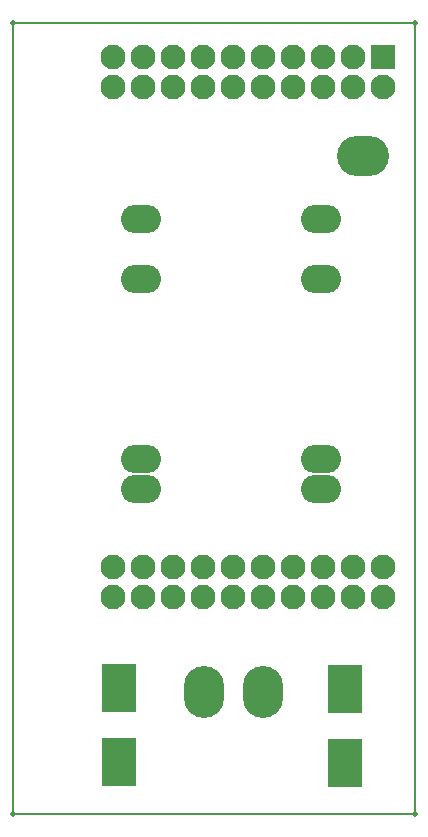
<source format=gbr>
G04 #@! TF.FileFunction,Soldermask,Top*
%FSLAX46Y46*%
G04 Gerber Fmt 4.6, Leading zero omitted, Abs format (unit mm)*
G04 Created by KiCad (PCBNEW 4.0.6+dfsg1-1) date Mon Mar 26 13:18:52 2018*
%MOMM*%
%LPD*%
G01*
G04 APERTURE LIST*
%ADD10C,0.100000*%
%ADD11C,0.150000*%
%ADD12C,2.100000*%
%ADD13R,2.100000X2.100000*%
%ADD14O,3.400000X2.400000*%
%ADD15R,2.900000X4.150000*%
%ADD16O,3.400000X4.400000*%
%ADD17O,4.400000X3.400000*%
%ADD18C,0.500000*%
G04 APERTURE END LIST*
D10*
D11*
X0Y0D02*
X0Y67000000D01*
X34000000Y0D02*
X0Y0D01*
X34000000Y67000000D02*
X34000000Y0D01*
X0Y67000000D02*
X34000000Y67000000D01*
D12*
X8430000Y18370000D03*
X8430000Y20910000D03*
X10970000Y18370000D03*
X10970000Y20910000D03*
X13510000Y18370000D03*
X13510000Y20910000D03*
X16050000Y18370000D03*
X16050000Y20910000D03*
X18590000Y18370000D03*
X18590000Y20910000D03*
X21130000Y18370000D03*
X21130000Y20910000D03*
X23670000Y18370000D03*
X23670000Y20910000D03*
X26210000Y18370000D03*
X26210000Y20910000D03*
X28750000Y18370000D03*
X28750000Y20910000D03*
X31290000Y18370000D03*
X31290000Y20910000D03*
D13*
X31290000Y64090000D03*
D12*
X31290000Y61550000D03*
X28750000Y64090000D03*
X28750000Y61550000D03*
X26210000Y64090000D03*
X26210000Y61550000D03*
X23670000Y64090000D03*
X23670000Y61550000D03*
X21130000Y64090000D03*
X21130000Y61550000D03*
X18590000Y64090000D03*
X18590000Y61550000D03*
X16050000Y64090000D03*
X16050000Y61550000D03*
X13510000Y64090000D03*
X13510000Y61550000D03*
X10970000Y64090000D03*
X10970000Y61550000D03*
X8430000Y64090000D03*
X8430000Y61550000D03*
D14*
X10860000Y50400000D03*
X10860000Y45320000D03*
X10860000Y27540000D03*
X10860000Y30080000D03*
X26100000Y30080000D03*
X26100000Y27540000D03*
X26100000Y45320000D03*
X26100000Y50400000D03*
D15*
X28090000Y10555000D03*
X28090000Y4305000D03*
D16*
X16140000Y10340000D03*
X21140000Y10340000D03*
D17*
X29610000Y55680000D03*
D18*
X0Y67000000D03*
X34000000Y67000000D03*
X0Y0D03*
X34000000Y0D03*
D15*
X8930000Y4415000D03*
X8930000Y10665000D03*
M02*

</source>
